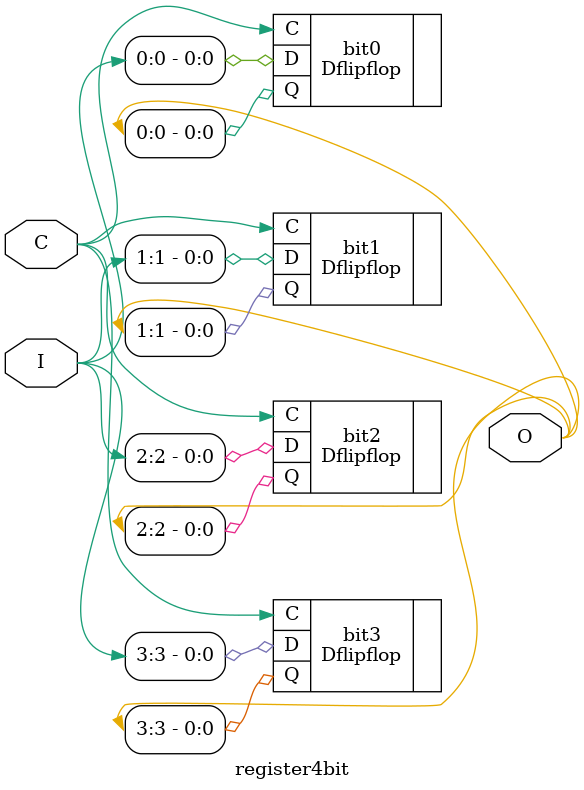
<source format=v>
`timescale 1ns / 1ps
module register4bit(
    input [3:0] I,
    input C,
    output [3:0] O
    );
	 
	Dflipflop bit0(.D(I[0]), .C(C), .Q(O[0]));
	Dflipflop bit1(.D(I[1]), .C(C), .Q(O[1]));
	Dflipflop bit2(.D(I[2]), .C(C), .Q(O[2]));
	Dflipflop bit3(.D(I[3]), .C(C), .Q(O[3]));

endmodule

</source>
